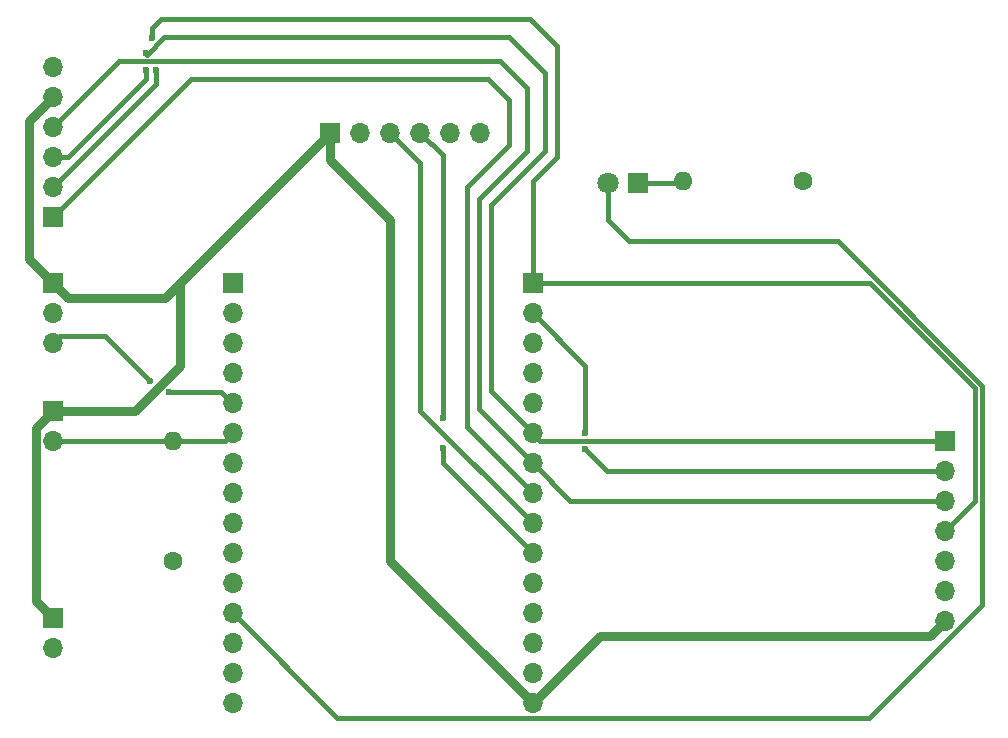
<source format=gbr>
%TF.GenerationSoftware,KiCad,Pcbnew,9.0.0*%
%TF.CreationDate,2025-03-29T18:07:34-05:00*%
%TF.ProjectId,ws-control-board,77732d63-6f6e-4747-926f-6c2d626f6172,rev?*%
%TF.SameCoordinates,Original*%
%TF.FileFunction,Copper,L1,Top*%
%TF.FilePolarity,Positive*%
%FSLAX46Y46*%
G04 Gerber Fmt 4.6, Leading zero omitted, Abs format (unit mm)*
G04 Created by KiCad (PCBNEW 9.0.0) date 2025-03-29 18:07:34*
%MOMM*%
%LPD*%
G01*
G04 APERTURE LIST*
%TA.AperFunction,ComponentPad*%
%ADD10C,1.600000*%
%TD*%
%TA.AperFunction,ComponentPad*%
%ADD11O,1.600000X1.600000*%
%TD*%
%TA.AperFunction,ComponentPad*%
%ADD12R,1.700000X1.700000*%
%TD*%
%TA.AperFunction,ComponentPad*%
%ADD13O,1.700000X1.700000*%
%TD*%
%TA.AperFunction,ComponentPad*%
%ADD14R,1.800000X1.800000*%
%TD*%
%TA.AperFunction,ComponentPad*%
%ADD15C,1.800000*%
%TD*%
%TA.AperFunction,ViaPad*%
%ADD16C,0.600000*%
%TD*%
%TA.AperFunction,Conductor*%
%ADD17C,0.381000*%
%TD*%
%TA.AperFunction,Conductor*%
%ADD18C,0.762000*%
%TD*%
G04 APERTURE END LIST*
D10*
%TO.P,R2,1*%
%TO.N,GND*%
X116840000Y-107315000D03*
D11*
%TO.P,R2,2*%
%TO.N,/PHOTO_SENS*%
X116840000Y-97155000D03*
%TD*%
D12*
%TO.P,J4,1,Pin_1*%
%TO.N,+3.3V*%
X130175000Y-71060000D03*
D13*
%TO.P,J4,2,Pin_2*%
%TO.N,unconnected-(J4-Pin_2-Pad2)*%
X132715000Y-71060000D03*
%TO.P,J4,3,Pin_3*%
%TO.N,/ESP_TX*%
X135255000Y-71060000D03*
%TO.P,J4,4,Pin_4*%
%TO.N,/ESP_RX*%
X137795000Y-71060000D03*
%TO.P,J4,5,Pin_5*%
%TO.N,unconnected-(J4-Pin_5-Pad5)*%
X140335000Y-71060000D03*
%TO.P,J4,6,Pin_6*%
%TO.N,GND*%
X142875000Y-71060000D03*
%TD*%
D12*
%TO.P,J1,1,Pin_1*%
%TO.N,/MOSI*%
X147320000Y-83820000D03*
D13*
%TO.P,J1,2,Pin_2*%
%TO.N,/RTD_CS*%
X147320000Y-86360000D03*
%TO.P,J1,3,Pin_3*%
%TO.N,unconnected-(J1-Pin_3-Pad3)*%
X147320000Y-88900000D03*
%TO.P,J1,4,Pin_4*%
%TO.N,unconnected-(J1-Pin_4-Pad4)*%
X147320000Y-91440000D03*
%TO.P,J1,5,Pin_5*%
%TO.N,unconnected-(J1-Pin_5-Pad5)*%
X147320000Y-93980000D03*
%TO.P,J1,6,Pin_6*%
%TO.N,/MISO*%
X147320000Y-96520000D03*
%TO.P,J1,7,Pin_7*%
%TO.N,/SCK*%
X147320000Y-99060000D03*
%TO.P,J1,8,Pin_8*%
%TO.N,/BME_CS*%
X147320000Y-101600000D03*
%TO.P,J1,9,Pin_9*%
%TO.N,/ESP_TX*%
X147320000Y-104140000D03*
%TO.P,J1,10,Pin_10*%
%TO.N,/ESP_RX*%
X147320000Y-106680000D03*
%TO.P,J1,11,Pin_11*%
%TO.N,unconnected-(J1-Pin_11-Pad11)*%
X147320000Y-109220000D03*
%TO.P,J1,12,Pin_12*%
%TO.N,unconnected-(J1-Pin_12-Pad12)*%
X147320000Y-111760000D03*
%TO.P,J1,13,Pin_13*%
%TO.N,unconnected-(J1-Pin_13-Pad13)*%
X147320000Y-114300000D03*
%TO.P,J1,14,Pin_14*%
%TO.N,GND*%
X147320000Y-116840000D03*
%TO.P,J1,15,Pin_15*%
%TO.N,+3.3V*%
X147320000Y-119380000D03*
%TD*%
D12*
%TO.P,J8,1,Pin_1*%
%TO.N,+3.3V*%
X106680000Y-112141000D03*
D13*
%TO.P,J8,2,Pin_2*%
%TO.N,GND*%
X106680000Y-114681000D03*
%TD*%
D12*
%TO.P,J3,1,Pin_1*%
%TO.N,/MISO*%
X182245000Y-97155000D03*
D13*
%TO.P,J3,2,Pin_2*%
%TO.N,/RTD_CS*%
X182245000Y-99695000D03*
%TO.P,J3,3,Pin_3*%
%TO.N,/SCK*%
X182245000Y-102235000D03*
%TO.P,J3,4,Pin_4*%
%TO.N,/MOSI*%
X182245000Y-104775000D03*
%TO.P,J3,5,Pin_5*%
%TO.N,unconnected-(J3-Pin_5-Pad5)*%
X182245000Y-107315000D03*
%TO.P,J3,6,Pin_6*%
%TO.N,GND*%
X182245000Y-109855000D03*
%TO.P,J3,7,Pin_7*%
%TO.N,+3.3V*%
X182245000Y-112395000D03*
%TD*%
D12*
%TO.P,J7,1,Pin_1*%
%TO.N,+3.3V*%
X106680000Y-94615000D03*
D13*
%TO.P,J7,2,Pin_2*%
%TO.N,/PHOTO_SENS*%
X106680000Y-97155000D03*
%TD*%
D12*
%TO.P,J6,1,Pin_1*%
%TO.N,+3.3V*%
X106680000Y-83820000D03*
D13*
%TO.P,J6,2,Pin_2*%
%TO.N,GND*%
X106680000Y-86360000D03*
%TO.P,J6,3,Pin_3*%
%TO.N,/WATER_SENS*%
X106680000Y-88900000D03*
%TD*%
D12*
%TO.P,J5,1,Pin_1*%
%TO.N,/BME_CS*%
X106680000Y-78232000D03*
D13*
%TO.P,J5,2,Pin_2*%
%TO.N,/MOSI*%
X106680000Y-75692000D03*
%TO.P,J5,3,Pin_3*%
%TO.N,/MISO*%
X106680000Y-73152000D03*
%TO.P,J5,4,Pin_4*%
%TO.N,/SCK*%
X106680000Y-70612000D03*
%TO.P,J5,5,Pin_5*%
%TO.N,+3.3V*%
X106680000Y-68072000D03*
%TO.P,J5,6,Pin_6*%
%TO.N,GND*%
X106680000Y-65532000D03*
%TD*%
D10*
%TO.P,R1,1*%
%TO.N,GND*%
X170180000Y-75184000D03*
D11*
%TO.P,R1,2*%
%TO.N,Net-(D1-K)*%
X160020000Y-75184000D03*
%TD*%
D14*
%TO.P,D1,1,K*%
%TO.N,Net-(D1-K)*%
X156210000Y-75311000D03*
D15*
%TO.P,D1,2,A*%
%TO.N,/STAT_LED*%
X153670000Y-75311000D03*
%TD*%
D12*
%TO.P,J2,1,Pin_1*%
%TO.N,unconnected-(J2-Pin_1-Pad1)*%
X121920000Y-83820000D03*
D13*
%TO.P,J2,2,Pin_2*%
%TO.N,unconnected-(J2-Pin_2-Pad2)*%
X121920000Y-86360000D03*
%TO.P,J2,3,Pin_3*%
%TO.N,unconnected-(J2-Pin_3-Pad3)*%
X121920000Y-88900000D03*
%TO.P,J2,4,Pin_4*%
%TO.N,unconnected-(J2-Pin_4-Pad4)*%
X121920000Y-91440000D03*
%TO.P,J2,5,Pin_5*%
%TO.N,/WATER_SENS*%
X121920000Y-93980000D03*
%TO.P,J2,6,Pin_6*%
%TO.N,/PHOTO_SENS*%
X121920000Y-96520000D03*
%TO.P,J2,7,Pin_7*%
%TO.N,unconnected-(J2-Pin_7-Pad7)*%
X121920000Y-99060000D03*
%TO.P,J2,8,Pin_8*%
%TO.N,unconnected-(J2-Pin_8-Pad8)*%
X121920000Y-101600000D03*
%TO.P,J2,9,Pin_9*%
%TO.N,unconnected-(J2-Pin_9-Pad9)*%
X121920000Y-104140000D03*
%TO.P,J2,10,Pin_10*%
%TO.N,unconnected-(J2-Pin_10-Pad10)*%
X121920000Y-106680000D03*
%TO.P,J2,11,Pin_11*%
%TO.N,unconnected-(J2-Pin_11-Pad11)*%
X121920000Y-109220000D03*
%TO.P,J2,12,Pin_12*%
%TO.N,/STAT_LED*%
X121920000Y-111760000D03*
%TO.P,J2,13,Pin_13*%
%TO.N,unconnected-(J2-Pin_13-Pad13)*%
X121920000Y-114300000D03*
%TO.P,J2,14,Pin_14*%
%TO.N,GND*%
X121920000Y-116840000D03*
%TO.P,J2,15,Pin_15*%
%TO.N,unconnected-(J2-Pin_15-Pad15)*%
X121920000Y-119380000D03*
%TD*%
D16*
%TO.N,/MOSI*%
X115443000Y-65714500D03*
X115117492Y-63047492D03*
%TO.N,/MISO*%
X114554000Y-65714500D03*
X114554000Y-64333500D03*
%TO.N,/ESP_RX*%
X139700000Y-95250000D03*
X139700000Y-97790000D03*
%TO.N,/RTD_CS*%
X151765000Y-97845500D03*
X151765000Y-96464500D03*
%TO.N,/WATER_SENS*%
X116510462Y-93015462D03*
X114935000Y-92075000D03*
%TD*%
D17*
%TO.N,/PHOTO_SENS*%
X121285000Y-97155000D02*
X121920000Y-96520000D01*
D18*
%TO.N,+3.3V*%
X105248000Y-96047000D02*
X105248000Y-110709000D01*
X105248000Y-110709000D02*
X106680000Y-112141000D01*
X106680000Y-94615000D02*
X105248000Y-96047000D01*
D17*
%TO.N,/PHOTO_SENS*%
X116840000Y-97155000D02*
X106680000Y-97155000D01*
X116840000Y-97155000D02*
X121285000Y-97155000D01*
%TO.N,/STAT_LED*%
X130781500Y-120621500D02*
X175774247Y-120621500D01*
X173162072Y-80264000D02*
X155448000Y-80264000D01*
X153670000Y-78486000D02*
X153670000Y-75311000D01*
X185367000Y-92468928D02*
X173162072Y-80264000D01*
X121920000Y-111760000D02*
X130781500Y-120621500D01*
X185367000Y-111028747D02*
X185367000Y-92468928D01*
X175774247Y-120621500D02*
X185367000Y-111028747D01*
X155448000Y-80264000D02*
X153670000Y-78486000D01*
%TO.N,Net-(D1-K)*%
X159512000Y-75184000D02*
X160020000Y-75184000D01*
X159385000Y-75311000D02*
X159512000Y-75184000D01*
X156210000Y-75311000D02*
X159385000Y-75311000D01*
%TO.N,/MOSI*%
X115117492Y-62174508D02*
X115824000Y-61468000D01*
X147066000Y-61468000D02*
X115824000Y-61468000D01*
X149352000Y-63754000D02*
X147066000Y-61468000D01*
X115443000Y-66929000D02*
X115443000Y-65714500D01*
X184785000Y-92710000D02*
X175895000Y-83820000D01*
X115117492Y-63047492D02*
X115117492Y-62174508D01*
X182245000Y-104775000D02*
X184785000Y-102235000D01*
X175895000Y-83820000D02*
X147320000Y-83820000D01*
X147320000Y-83820000D02*
X147320000Y-75184000D01*
X106680000Y-75692000D02*
X115443000Y-66929000D01*
X147320000Y-75184000D02*
X149352000Y-73152000D01*
X149352000Y-73152000D02*
X149352000Y-63754000D01*
X184785000Y-102235000D02*
X184785000Y-92710000D01*
%TO.N,/MISO*%
X114554000Y-66548000D02*
X107950000Y-73152000D01*
X116149500Y-62992000D02*
X114699500Y-64442000D01*
X147955000Y-97155000D02*
X147320000Y-96520000D01*
X147320000Y-96520000D02*
X143764000Y-92964000D01*
X114554000Y-65714500D02*
X114554000Y-66548000D01*
X143764000Y-92964000D02*
X143764000Y-77216000D01*
X114662500Y-64442000D02*
X114554000Y-64333500D01*
X143764000Y-77216000D02*
X148336000Y-72644000D01*
X145288000Y-62992000D02*
X116149500Y-62992000D01*
X148336000Y-72644000D02*
X148336000Y-66040000D01*
X182245000Y-97155000D02*
X147955000Y-97155000D01*
X148336000Y-66040000D02*
X145288000Y-62992000D01*
X114699500Y-64442000D02*
X114662500Y-64442000D01*
X107950000Y-73152000D02*
X106680000Y-73152000D01*
%TO.N,/BME_CS*%
X145288000Y-68326000D02*
X145288000Y-72136000D01*
X143510000Y-66548000D02*
X145288000Y-68326000D01*
X141732000Y-75692000D02*
X141732000Y-96012000D01*
X145288000Y-72136000D02*
X141732000Y-75692000D01*
X106680000Y-78232000D02*
X118364000Y-66548000D01*
X141732000Y-96012000D02*
X147320000Y-101600000D01*
X118364000Y-66548000D02*
X143510000Y-66548000D01*
%TO.N,/ESP_TX*%
X147320000Y-104140000D02*
X137795000Y-94615000D01*
X137795000Y-94615000D02*
X137795000Y-73600000D01*
X137795000Y-73600000D02*
X135255000Y-71060000D01*
D18*
%TO.N,+3.3V*%
X180975000Y-113665000D02*
X153035000Y-113665000D01*
X113665000Y-94615000D02*
X106680000Y-94615000D01*
X116205000Y-85090000D02*
X107950000Y-85090000D01*
X130175000Y-71120000D02*
X130175000Y-71060000D01*
X135255000Y-78445000D02*
X135255000Y-107315000D01*
X106680000Y-83820000D02*
X104648000Y-81788000D01*
X182245000Y-112395000D02*
X180975000Y-113665000D01*
X117475000Y-83820000D02*
X116205000Y-85090000D01*
X104648000Y-81788000D02*
X104648000Y-70104000D01*
X117475000Y-90805000D02*
X113665000Y-94615000D01*
X153035000Y-113665000D02*
X147320000Y-119380000D01*
X130175000Y-73365000D02*
X135255000Y-78445000D01*
X135255000Y-107315000D02*
X147320000Y-119380000D01*
X104648000Y-70104000D02*
X106680000Y-68072000D01*
X107950000Y-85090000D02*
X106680000Y-83820000D01*
X117475000Y-83820000D02*
X117475000Y-90805000D01*
X117475000Y-83820000D02*
X130175000Y-71120000D01*
X130175000Y-71060000D02*
X130175000Y-73365000D01*
D17*
%TO.N,/ESP_RX*%
X139700000Y-99060000D02*
X147320000Y-106680000D01*
X139700000Y-72965000D02*
X137795000Y-71060000D01*
X139700000Y-97790000D02*
X139700000Y-99060000D01*
X139700000Y-95250000D02*
X139700000Y-72965000D01*
%TO.N,/RTD_CS*%
X151765000Y-90805000D02*
X147320000Y-86360000D01*
X153614500Y-99695000D02*
X151765000Y-97845500D01*
X182245000Y-99695000D02*
X153614500Y-99695000D01*
X151765000Y-96464500D02*
X151765000Y-90805000D01*
%TO.N,/SCK*%
X144526000Y-65024000D02*
X112268000Y-65024000D01*
X146812000Y-67310000D02*
X144526000Y-65024000D01*
X150495000Y-102235000D02*
X147320000Y-99060000D01*
X112268000Y-65024000D02*
X106680000Y-70612000D01*
X146812000Y-72644000D02*
X146812000Y-67310000D01*
X182245000Y-102235000D02*
X150495000Y-102235000D01*
X147320000Y-99060000D02*
X142748000Y-94488000D01*
X142748000Y-76708000D02*
X146812000Y-72644000D01*
X142748000Y-94488000D02*
X142748000Y-76708000D01*
%TO.N,/WATER_SENS*%
X107315000Y-88265000D02*
X106680000Y-88900000D01*
X120955462Y-93015462D02*
X116510462Y-93015462D01*
X111125000Y-88265000D02*
X107315000Y-88265000D01*
X121920000Y-93980000D02*
X120955462Y-93015462D01*
X114935000Y-92075000D02*
X111125000Y-88265000D01*
%TD*%
M02*

</source>
